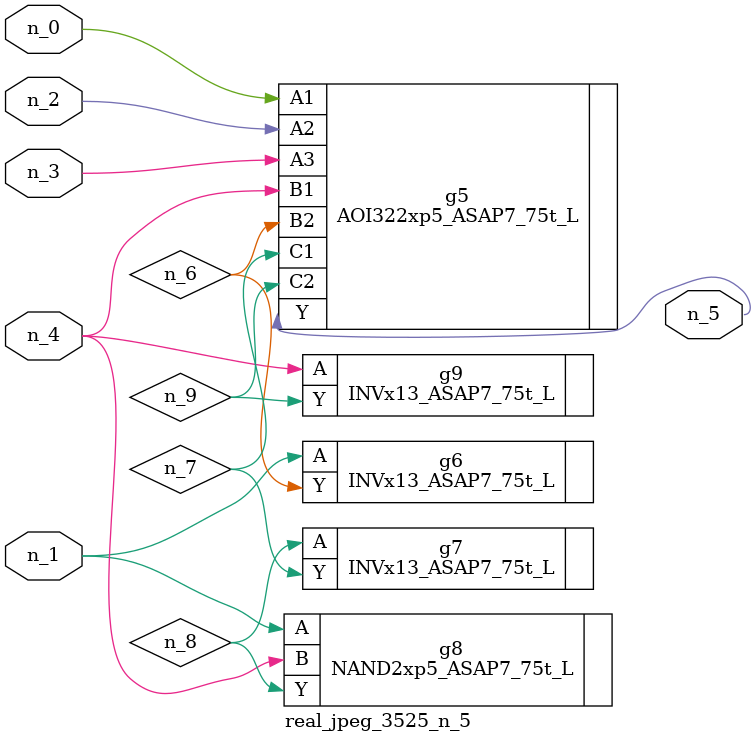
<source format=v>
module real_jpeg_3525_n_5 (n_4, n_0, n_1, n_2, n_3, n_5);

input n_4;
input n_0;
input n_1;
input n_2;
input n_3;

output n_5;

wire n_8;
wire n_6;
wire n_7;
wire n_9;

AOI322xp5_ASAP7_75t_L g5 ( 
.A1(n_0),
.A2(n_2),
.A3(n_3),
.B1(n_4),
.B2(n_6),
.C1(n_7),
.C2(n_9),
.Y(n_5)
);

INVx13_ASAP7_75t_L g6 ( 
.A(n_1),
.Y(n_6)
);

NAND2xp5_ASAP7_75t_L g8 ( 
.A(n_1),
.B(n_4),
.Y(n_8)
);

INVx13_ASAP7_75t_L g9 ( 
.A(n_4),
.Y(n_9)
);

INVx13_ASAP7_75t_L g7 ( 
.A(n_8),
.Y(n_7)
);


endmodule
</source>
